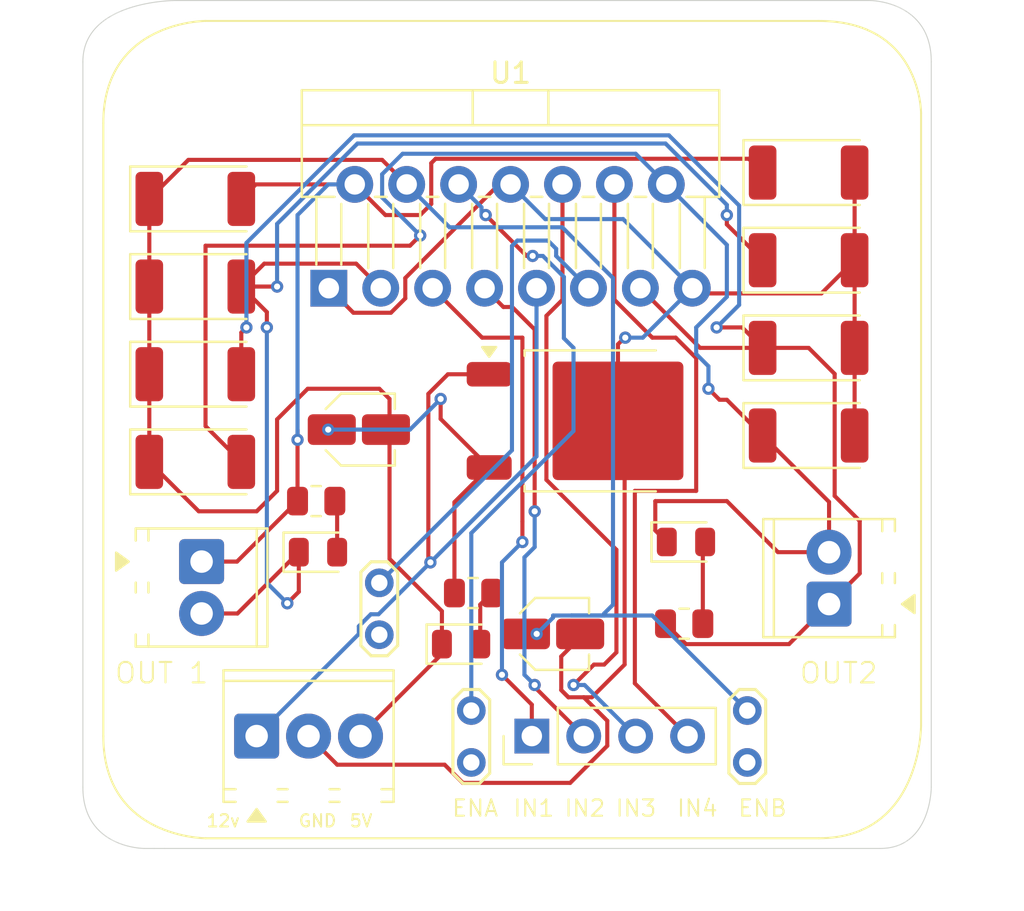
<source format=kicad_pcb>
(kicad_pcb (version 20241229) (generator "pcbnew") (generator_version "9.0")
  (layers (0 "F.Cu" signal) (2 "B.Cu" signal) (13 "F.Paste" user) (15 "B.Paste" user) (5 "F.SilkS" user "F.Silkscreen") (7 "B.SilkS" user "B.Silkscreen") (1 "F.Mask" user) (3 "B.Mask" user) (25 "Edge.Cuts" user))
  (net 0 "")
  (net 1 "Net-(U2-VO)")
  (net 2 "+5V")
  (net 3 "GND")
  (net 4 "Net-(D1-A)")
  (net 5 "Net-(D2-A)")
  (net 6 "Net-(D3-A)")
  (net 7 "Net-(D4-A)")
  (net 8 "+12V")
  (net 9 "Net-(L1-A)")
  (net 10 "Net-(L2-A)")
  (net 11 "Net-(L3-A)")
  (net 12 "/ENB")
  (net 13 "/ENA")
  (net 14 "Net-(J5-Pin_1)")
  (net 15 "Net-(J5-Pin_3)")
  (net 19 "Net-(J5-Pin_4)")
  (net 20 "Net-(J5-Pin_2)")
  (footprint "MountingHole:MountingHole_2.1mm" (layer "F.Cu") (at 185 53)
    (property "Reference" "REF**" (hide yes))
    (property "Value" "MountingHole_2.1mm")
    (pad "" np_thru_hole circle (at 0 0) (size 2.1 2.1) (drill 2.1) (layers "*.Cu" "*.Mask"))
  )
  (footprint "MountingHole:MountingHole_2.1mm" (layer "F.Cu") (at 155 53)
    (property "Reference" "REF**" (hide yes))
    (property "Value" "MountingHole_2.1mm")
    (pad "" np_thru_hole circle (at 0 0) (size 2.1 2.1) (drill 2.1) (layers "*.Cu" "*.Mask"))
  )
  (footprint "LED_SMD:LED_0805_2012Metric" (layer "F.Cu") (at 167.5 80.5)
    (property "Reference" "L3" (hide yes))
    (property "Value" "LED")
    (pad "1" smd roundrect (at -0.9375 0) (size 0.975 1.4) (layers "F.Cu" "F.Mask" "F.Paste") (net 2 "+5V"))
    (pad "2" smd roundrect (at 0.9375 0) (size 0.975 1.4) (layers "F.Cu" "F.Mask" "F.Paste") (net 11 "Net-(L3-A)"))
  )
  (footprint "TestPoint:TestPoint_2Pads_Pitch2.54mm_Drill0.8mm" (layer "F.Cu") (at 163.5 77.5 -90)
    (property "Reference" "JP3" (hide yes))
    (property "Value" "Jumper_2_Bridged")
    (pad "1" thru_hole circle (at 0 0 270) (size 1.4 1.4) (drill 0.8) (layers "*.Cu" "*.Mask") (net 12 "/ENB"))
    (pad "2" thru_hole circle (at 2.54 0 270) (size 1.4 1.4) (drill 0.8) (layers "*.Cu" "*.Mask"))
  )
  (footprint "Resistor_SMD:R_0805_2012Metric" (layer "F.Cu") (at 178.4125 79.5)
    (property "Reference" "R2" (hide yes))
    (property "Value" "R")
    (pad "1" smd roundrect (at -0.9125 0) (size 1.025 1.4) (layers "F.Cu" "F.Mask" "F.Paste") (roundrect_rratio 0.243902) (net 6 "Net-(D3-A)"))
    (pad "2" smd roundrect (at 0.9125 0) (size 1.025 1.4) (layers "F.Cu" "F.Mask" "F.Paste") (roundrect_rratio 0.243902) (net 10 "Net-(L2-A)"))
  )
  (footprint "Package_TO_SOT_SMD:TO-252-2" (layer "F.Cu") (at 173.915 69.5725)
    (property "Reference" "U2" (hide yes))
    (property "Value" "KA78M05_TO252")
    (pad "1" smd roundrect (at -5.04 -2.28) (size 2.2 1.2) (layers "F.Cu" "F.Mask" "F.Paste") (roundrect_rratio 0.208333) (net 8 "+12V"))
    (pad "2" smd roundrect (at 1.26 0) (size 6.4 5.8) (layers "F.Cu" "F.Mask") (roundrect_rratio 0.043103) (net 3 "GND"))
    (pad "3" smd roundrect (at -5.04 2.28) (size 2.2 1.2) (layers "F.Cu" "F.Mask" "F.Paste") (roundrect_rratio 0.208333) (net 1 "Net-(U2-VO)"))
  )
  (footprint "TestPoint:TestPoint_2Pads_Pitch2.54mm_Drill0.8mm" (layer "F.Cu") (at 168 83.75 -90)
    (property "Reference" "JP1" (hide yes))
    (property "Value" "Jumper_2_Bridged")
    (pad "1" thru_hole circle (at 0 0 270) (size 1.4 1.4) (drill 0.8) (layers "*.Cu" "*.Mask") (net 13 "/ENA"))
    (pad "2" thru_hole circle (at 2.54 0 270) (size 1.4 1.4) (drill 0.8) (layers "*.Cu" "*.Mask"))
  )
  (footprint "Resistor_SMD:R_0805_2012Metric" (layer "F.Cu") (at 168.0875 78)
    (property "Reference" "R3" (hide yes))
    (property "Value" "R")
    (pad "1" smd roundrect (at -0.9125 0) (size 1.025 1.4) (layers "F.Cu" "F.Mask" "F.Paste") (roundrect_rratio 0.243902) (net 1 "Net-(U2-VO)"))
    (pad "2" smd roundrect (at 0.9125 0) (size 1.025 1.4) (layers "F.Cu" "F.Mask" "F.Paste") (roundrect_rratio 0.243902) (net 11 "Net-(L3-A)"))
  )
  (footprint "TerminalBlock_Phoenix:TerminalBlock_Phoenix_MPT-0,5-2-2.54_1x02_P2.54mm_Horizontal" (layer "F.Cu") (at 185.5 78.54 90)
    (property "Reference" "J2" (hide yes))
    (property "Value" "Screw_Terminal_01x02")
    (pad "" np_thru_hole circle (at 0 2.54 90) (size 1.1 1.1) (drill 1.1) (layers "*.Cu" "*.Mask"))
    (pad "" np_thru_hole circle (at 2.54 2.54 90) (size 1.1 1.1) (drill 1.1) (layers "*.Cu" "*.Mask"))
    (pad "1" thru_hole roundrect (at 0 0 90) (size 2.2 2.2) (drill 1.1) (layers "*.Cu" "*.Mask") (roundrect_rratio 0.113636) (net 6 "Net-(D3-A)"))
    (pad "2" thru_hole circle (at 2.54 0 90) (size 2.2 2.2) (drill 1.1) (layers "*.Cu" "*.Mask") (net 7 "Net-(D4-A)"))
  )
  (footprint "Capacitor_SMD:C_Elec_3x5.4" (layer "F.Cu") (at 172 80)
    (property "Reference" "C2" (hide yes))
    (property "Value" "200uf")
    (pad "1" smd roundrect (at -1.325 0) (size 2.35 1.5) (layers "F.Cu" "F.Mask" "F.Paste") (roundrect_rratio 0.166667) (net 2 "+5V"))
    (pad "2" smd roundrect (at 1.325 0) (size 2.35 1.5) (layers "F.Cu" "F.Mask" "F.Paste") (roundrect_rratio 0.166667) (net 3 "GND"))
  )
  (footprint "LED_SMD:LED_0805_2012Metric" (layer "F.Cu") (at 178.5 75.5)
    (property "Reference" "L2" (hide yes))
    (property "Value" "LED")
    (pad "1" smd roundrect (at -0.9375 0) (size 0.975 1.4) (layers "F.Cu" "F.Mask" "F.Paste") (net 7 "Net-(D4-A)"))
    (pad "2" smd roundrect (at 0.9375 0) (size 0.975 1.4) (layers "F.Cu" "F.Mask" "F.Paste") (net 10 "Net-(L2-A)"))
  )
  (footprint "Diode_SMD:D_2010_5025Metric" (layer "F.Cu") (at 184.5 66)
    (property "Reference" "D7" (hide yes))
    (property "Value" "D_Filled")
    (pad "1" smd roundrect (at -2.25 0) (size 1.35 2.65) (layers "F.Cu" "F.Mask" "F.Paste") (roundrect_rratio 0.185185) (net 6 "Net-(D3-A)"))
    (pad "2" smd roundrect (at 2.25 0) (size 1.35 2.65) (layers "F.Cu" "F.Mask" "F.Paste") (roundrect_rratio 0.185185) (net 3 "GND"))
  )
  (footprint "Diode_SMD:D_2010_5025Metric" (layer "F.Cu") (at 184.5 57.42)
    (property "Reference" "D5" (hide yes))
    (property "Value" "D_Filled")
    (pad "1" smd roundrect (at -2.25 0) (size 1.35 2.65) (layers "F.Cu" "F.Mask" "F.Paste") (roundrect_rratio 0.185185) (net 4 "Net-(D1-A)"))
    (pad "2" smd roundrect (at 2.25 0) (size 1.35 2.65) (layers "F.Cu" "F.Mask" "F.Paste") (roundrect_rratio 0.185185) (net 3 "GND"))
  )
  (footprint "TerminalBlock_Phoenix:TerminalBlock_Phoenix_MPT-0,5-3-2.54_1x03_P2.54mm_Horizontal" (layer "F.Cu") (at 157.5 85)
    (property "Reference" "J3" (hide yes))
    (property "Value" "Screw_Terminal_01x03")
    (pad "" np_thru_hole circle (at 0 2.54) (size 1.1 1.1) (drill 1.1) (layers "*.Cu" "*.Mask"))
    (pad "" np_thru_hole circle (at 2.54 2.54) (size 1.1 1.1) (drill 1.1) (layers "*.Cu" "*.Mask"))
    (pad "" np_thru_hole circle (at 5.08 2.54) (size 1.1 1.1) (drill 1.1) (layers "*.Cu" "*.Mask"))
    (pad "1" thru_hole roundrect (at 0 0) (size 2.2 2.2) (drill 1.1) (layers "*.Cu" "*.Mask") (roundrect_rratio 0.113636) (net 8 "+12V"))
    (pad "2" thru_hole circle (at 2.54 0) (size 2.2 2.2) (drill 1.1) (layers "*.Cu" "*.Mask") (net 3 "GND"))
    (pad "3" thru_hole circle (at 5.08 0) (size 2.2 2.2) (drill 1.1) (layers "*.Cu" "*.Mask") (net 2 "+5V"))
  )
  (footprint "Package_TO_SOT_THT:TO-220-15_P2.54x5.08mm_StaggerOdd_Lead4.58mm_Vertical" (layer "F.Cu") (at 161.03 63.08)
    (property "Reference" "U1" (at 8.89 -10.53 0) (layer "F.SilkS"))
    (property "Value" "L298N")
    (pad "1" thru_hole rect (at 0 0) (size 1.8 1.8) (drill 1) (layers "*.Cu" "*.Mask") (net 3 "GND"))
    (pad "2" thru_hole circle (at 1.27 -5.08) (size 1.8 1.8) (drill 1) (layers "*.Cu" "*.Mask") (net 4 "Net-(D1-A)"))
    (pad "3" thru_hole circle (at 2.54 0) (size 1.8 1.8) (drill 1) (layers "*.Cu" "*.Mask") (net 5 "Net-(D2-A)"))
    (pad "4" thru_hole circle (at 3.81 -5.08) (size 1.8 1.8) (drill 1) (layers "*.Cu" "*.Mask") (net 2 "+5V"))
    (pad "5" thru_hole circle (at 5.08 0) (size 1.8 1.8) (drill 1) (layers "*.Cu" "*.Mask") (net 14 "Net-(J5-Pin_1)"))
    (pad "6" thru_hole circle (at 6.35 -5.08) (size 1.8 1.8) (drill 1) (layers "*.Cu" "*.Mask") (net 13 "/ENA"))
    (pad "7" thru_hole circle (at 7.62 0) (size 1.8 1.8) (drill 1) (layers "*.Cu" "*.Mask") (net 20 "Net-(J5-Pin_2)"))
    (pad "8" thru_hole circle (at 8.89 -5.08) (size 1.8 1.8) (drill 1) (layers "*.Cu" "*.Mask") (net 3 "GND"))
    (pad "9" thru_hole circle (at 10.16 0) (size 1.8 1.8) (drill 1) (layers "*.Cu" "*.Mask") (net 8 "+12V"))
    (pad "10" thru_hole circle (at 11.43 -5.08) (size 1.8 1.8) (drill 1) (layers "*.Cu" "*.Mask") (net 15 "Net-(J5-Pin_3)"))
    (pad "11" thru_hole circle (at 12.7 0) (size 1.8 1.8) (drill 1) (layers "*.Cu" "*.Mask") (net 12 "/ENB"))
    (pad "12" thru_hole circle (at 13.97 -5.08) (size 1.8 1.8) (drill 1) (layers "*.Cu" "*.Mask") (net 19 "Net-(J5-Pin_4)"))
    (pad "13" thru_hole circle (at 15.24 0) (size 1.8 1.8) (drill 1) (layers "*.Cu" "*.Mask") (net 6 "Net-(D3-A)"))
    (pad "14" thru_hole circle (at 16.51 -5.08) (size 1.8 1.8) (drill 1) (layers "*.Cu" "*.Mask") (net 7 "Net-(D4-A)"))
    (pad "15" thru_hole circle (at 17.78 0) (size 1.8 1.8) (drill 1) (layers "*.Cu" "*.Mask") (net 3 "GND"))
  )
  (footprint "Diode_SMD:D_2010_5025Metric" (layer "F.Cu") (at 154.5 71.58)
    (property "Reference" "D4" (hide yes))
    (property "Value" "D_Filled")
    (pad "1" smd roundrect (at -2.25 0) (size 1.35 2.65) (layers "F.Cu" "F.Mask" "F.Paste") (roundrect_rratio 0.185185) (net 2 "+5V"))
    (pad "2" smd roundrect (at 2.25 0) (size 1.35 2.65) (layers "F.Cu" "F.Mask" "F.Paste") (roundrect_rratio 0.185185) (net 7 "Net-(D4-A)"))
  )
  (footprint "Diode_SMD:D_2010_5025Metric" (layer "F.Cu") (at 184.5 61.71)
    (property "Reference" "D6" (hide yes))
    (property "Value" "D_Filled")
    (pad "1" smd roundrect (at -2.25 0) (size 1.35 2.65) (layers "F.Cu" "F.Mask" "F.Paste") (roundrect_rratio 0.185185) (net 5 "Net-(D2-A)"))
    (pad "2" smd roundrect (at 2.25 0) (size 1.35 2.65) (layers "F.Cu" "F.Mask" "F.Paste") (roundrect_rratio 0.185185) (net 3 "GND"))
  )
  (footprint "Connector_PinHeader_2.54mm:PinHeader_1x04_P2.54mm_Vertical" (layer "F.Cu") (at 170.96 85 90)
    (property "Reference" "J5" (hide yes))
    (property "Value" "Conn_02x04_Odd_Even")
    (pad "1" thru_hole rect (at 0 0 90) (size 1.7 1.7) (drill 1) (layers "*.Cu" "*.Mask") (net 14 "Net-(J5-Pin_1)"))
    (pad "2" thru_hole circle (at 0 2.54 90) (size 1.7 1.7) (drill 1) (layers "*.Cu" "*.Mask") (net 20 "Net-(J5-Pin_2)"))
    (pad "3" thru_hole circle (at 0 5.08 90) (size 1.7 1.7) (drill 1) (layers "*.Cu" "*.Mask") (net 15 "Net-(J5-Pin_3)"))
    (pad "4" thru_hole circle (at 0 7.62 90) (size 1.7 1.7) (drill 1) (layers "*.Cu" "*.Mask") (net 19 "Net-(J5-Pin_4)"))
  )
  (footprint "Capacitor_SMD:C_Elec_3x5.4" (layer "F.Cu") (at 162.5 70)
    (property "Reference" "C1" (hide yes))
    (property "Value" "200uf")
    (pad "1" smd roundrect (at -1.325 0) (size 2.35 1.5) (layers "F.Cu" "F.Mask" "F.Paste") (roundrect_rratio 0.166667) (net 1 "Net-(U2-VO)"))
    (pad "2" smd roundrect (at 1.325 0) (size 2.35 1.5) (layers "F.Cu" "F.Mask" "F.Paste") (roundrect_rratio 0.166667) (net 2 "+5V"))
  )
  (footprint "TerminalBlock_Phoenix:TerminalBlock_Phoenix_MPT-0,5-2-2.54_1x02_P2.54mm_Horizontal" (layer "F.Cu") (at 154.8075 76.46 -90)
    (property "Reference" "J1" (hide yes))
    (property "Value" "Screw_Terminal_01x02" (hide yes))
    (pad "" np_thru_hole circle (at 0 2.54 270) (size 1.1 1.1) (drill 1.1) (layers "*.Cu" "*.Mask"))
    (pad "" np_thru_hole circle (at 2.54 2.54 270) (size 1.1 1.1) (drill 1.1) (layers "*.Cu" "*.Mask"))
    (pad "1" thru_hole roundrect (at 0 0 270) (size 2.2 2.2) (drill 1.1) (layers "*.Cu" "*.Mask") (roundrect_rratio 0.113636) (net 4 "Net-(D1-A)"))
    (pad "2" thru_hole circle (at 2.54 0 270) (size 2.2 2.2) (drill 1.1) (layers "*.Cu" "*.Mask") (net 5 "Net-(D2-A)"))
  )
  (footprint "TestPoint:TestPoint_2Pads_Pitch2.54mm_Drill0.8mm" (layer "F.Cu") (at 181.5 83.75 -90)
    (property "Reference" "JP2" (hide yes))
    (property "Value" "Jumper_2_Bridged")
    (pad "1" thru_hole circle (at 0 0 270) (size 1.4 1.4) (drill 0.8) (layers "*.Cu" "*.Mask") (net 2 "+5V"))
    (pad "2" thru_hole circle (at 2.54 0 270) (size 1.4 1.4) (drill 0.8) (layers "*.Cu" "*.Mask"))
  )
  (footprint "Diode_SMD:D_2010_5025Metric" (layer "F.Cu") (at 154.5 67.29)
    (property "Reference" "D3" (hide yes))
    (property "Value" "D_Filled")
    (pad "1" smd roundrect (at -2.25 0) (size 1.35 2.65) (layers "F.Cu" "F.Mask" "F.Paste") (roundrect_rratio 0.185185) (net 2 "+5V"))
    (pad "2" smd roundrect (at 2.25 0) (size 1.35 2.65) (layers "F.Cu" "F.Mask" "F.Paste") (roundrect_rratio 0.185185) (net 6 "Net-(D3-A)"))
  )
  (footprint "Diode_SMD:D_2010_5025Metric" (layer "F.Cu") (at 154.5 58.71)
    (property "Reference" "D1" (hide yes))
    (property "Value" "D_Filled")
    (pad "1" smd roundrect (at -2.25 0) (size 1.35 2.65) (layers "F.Cu" "F.Mask" "F.Paste") (roundrect_rratio 0.185185) (net 2 "+5V"))
    (pad "2" smd roundrect (at 2.25 0) (size 1.35 2.65) (layers "F.Cu" "F.Mask" "F.Paste") (roundrect_rratio 0.185185) (net 4 "Net-(D1-A)"))
  )
  (footprint "MountingHole:MountingHole_2.1mm" (layer "F.Cu") (at 153 85.5)
    (property "Reference" "REF**" (hide yes))
    (property "Value" "MountingHole_2.1mm")
    (pad "" np_thru_hole circle (at 0 0) (size 2.1 2.1) (drill 2.1) (layers "*.Cu" "*.Mask"))
  )
  (footprint "Resistor_SMD:R_0805_2012Metric" (layer "F.Cu") (at 160.4125 73.5)
    (property "Reference" "R1" (hide yes))
    (property "Value" "R")
    (pad "1" smd roundrect (at -0.9125 0) (size 1.025 1.4) (layers "F.Cu" "F.Mask" "F.Paste") (roundrect_rratio 0.243902) (net 4 "Net-(D1-A)"))
    (pad "2" smd roundrect (at 0.9125 0) (size 1.025 1.4) (layers "F.Cu" "F.Mask" "F.Paste") (roundrect_rratio 0.243902) (net 9 "Net-(L1-A)"))
  )
  (footprint "LED_SMD:LED_0805_2012Metric" (layer "F.Cu") (at 160.5 76)
    (property "Reference" "L1" (hide yes))
    (property "Value" "LED")
    (pad "1" smd roundrect (at -0.9375 0) (size 0.975 1.4) (layers "F.Cu" "F.Mask" "F.Paste") (net 5 "Net-(D2-A)"))
    (pad "2" smd roundrect (at 0.9375 0) (size 0.975 1.4) (layers "F.Cu" "F.Mask" "F.Paste") (net 9 "Net-(L1-A)"))
  )
  (footprint "Diode_SMD:D_2010_5025Metric" (layer "F.Cu") (at 184.5 70.29)
    (property "Reference" "D8" (hide yes))
    (property "Value" "D_Filled")
    (pad "1" smd roundrect (at -2.25 0) (size 1.35 2.65) (layers "F.Cu" "F.Mask" "F.Paste") (roundrect_rratio 0.185185) (net 7 "Net-(D4-A)"))
    (pad "2" smd roundrect (at 2.25 0) (size 1.35 2.65) (layers "F.Cu" "F.Mask" "F.Paste") (roundrect_rratio 0.185185) (net 3 "GND"))
  )
  (footprint "MountingHole:MountingHole_2.1mm" (layer "F.Cu") (at 187 85.5)
    (property "Reference" "REF**" (hide yes))
    (property "Value" "MountingHole_2.1mm")
    (pad "" np_thru_hole circle (at 0 0) (size 2.1 2.1) (drill 2.1) (layers "*.Cu" "*.Mask"))
  )
  (footprint "Diode_SMD:D_2010_5025Metric" (layer "F.Cu") (at 154.5 63)
    (property "Reference" "D2" (hide yes))
    (property "Value" "D_Filled")
    (pad "1" smd roundrect (at -2.25 0) (size 1.35 2.65) (layers "F.Cu" "F.Mask" "F.Paste") (roundrect_rratio 0.185185) (net 2 "+5V"))
    (pad "2" smd roundrect (at 2.25 0) (size 1.35 2.65) (layers "F.Cu" "F.Mask" "F.Paste") (roundrect_rratio 0.185185) (net 5 "Net-(D2-A)"))
  )
  (gr_curve (pts (xy 150 85) (xy 150 90) (xy 155 90) (xy 155 90)) (stroke (width 0.1)) (layer "F.SilkS"))
  (gr_line (start 150 85) (end 150 55) (stroke (width 0.1)) (layer "F.SilkS"))
  (gr_curve (pts (xy 190 57.99) (xy 190 57.99) (xy 190 57.99) (xy 190 57.99)) (stroke (width 0.1)) (layer "F.SilkS"))
  (gr_line (start 185 90) (end 155 90) (stroke (width 0.1)) (layer "F.SilkS"))
  (gr_curve (pts (xy 185 50) (xy 190 50) (xy 190 54.5) (xy 190 54.5)) (stroke (width 0.1)) (layer "F.SilkS"))
  (gr_curve (pts (xy 185 90) (xy 190 90) (xy 190 84.5) (xy 190 84.5)) (stroke (width 0.1)) (layer "F.SilkS"))
  (gr_line (start 155 50) (end 185 50) (stroke (width 0.1)) (layer "F.SilkS"))
  (gr_line (start 190 54.5) (end 190 84.5) (stroke (width 0.1)) (layer "F.SilkS"))
  (gr_curve (pts (xy 150 55) (xy 150 50) (xy 155 50) (xy 155 50)) (stroke (width 0.1)) (layer "F.SilkS"))
  (gr_line (start 153 90.5) (end 152.5 90.5) (stroke (width 0.05)) (layer "Edge.Cuts"))
  (gr_line (start 190.5 87.5) (end 190.5 52) (stroke (width 0.05)) (layer "Edge.Cuts"))
  (gr_curve (pts (xy 149 52) (xy 149 49) (xy 153.5 49) (xy 153.5 49)) (stroke (width 0.05)) (layer "Edge.Cuts"))
  (gr_line (start 187.5 49) (end 153.5 49) (stroke (width 0.05)) (layer "Edge.Cuts"))
  (gr_line (start 149 87.5) (end 149 52) (stroke (width 0.05)) (layer "Edge.Cuts"))
  (gr_curve (pts (xy 188 90.5) (xy 190.5 90.5) (xy 190.5 87.5) (xy 190.5 87.5)) (stroke (width 0.05)) (layer "Edge.Cuts"))
  (gr_line (start 152.5 90.5) (end 152 90.5) (stroke (width 0.05)) (layer "Edge.Cuts"))
  (gr_curve (pts (xy 149 87.5) (xy 149 90.5) (xy 152 90.5) (xy 152 90.5)) (stroke (width 0.05)) (layer "Edge.Cuts"))
  (gr_curve (pts (xy 190.5 52) (xy 190.5 49) (xy 187.5 49) (xy 187.5 49)) (stroke (width 0.05)) (layer "Edge.Cuts"))
  (gr_line (start 188 90.5) (end 153 90.5) (stroke (width 0.05)) (layer "Edge.Cuts"))
  (gr_text "IN2" (at 172.5 89 0) (layer "F.SilkS") (effects (font (size 0.8 0.8) (thickness 0.1)) (justify left bottom)))
  (gr_text "IN4" (at 178 89 0) (layer "F.SilkS") (effects (font (size 0.8 0.8) (thickness 0.1)) (justify left bottom)))
  (gr_text "IN1" (at 170 89 0) (layer "F.SilkS") (effects (font (size 0.8 0.8) (thickness 0.1)) (justify left bottom)))
  (gr_text "12v" (at 155 89.5 0) (layer "F.SilkS") (effects (font (size 0.6 0.6) (thickness 0.1)) (justify left bottom)))
  (gr_text "IN3" (at 175 89 0) (layer "F.SilkS") (effects (font (size 0.8 0.8) (thickness 0.1)) (justify left bottom)))
  (gr_text "5V" (at 162 89.5 0) (layer "F.SilkS") (effects (font (size 0.6 0.6) (thickness 0.1)) (justify left bottom)))
  (gr_text "OUT2" (at 184 82.5 0) (layer "F.SilkS") (effects (font (size 1 1) (thickness 0.1)) (justify left bottom)))
  (gr_text "ENB" (at 181 89 0) (layer "F.SilkS") (effects (font (size 0.8 0.8) (thickness 0.1)) (justify left bottom)))
  (gr_text "ENA" (at 167 89 0) (layer "F.SilkS") (effects (font (size 0.8 0.8) (thickness 0.1)) (justify left bottom)))
  (gr_text "OUT 1" (at 150.5 82.5 0) (layer "F.SilkS") (effects (font (size 1 1) (thickness 0.1)) (justify left bottom)))
  (gr_text "GND" (at 159.5 89.5 0) (layer "F.SilkS") (effects (font (size 0.6 0.6) (thickness 0.1)) (justify left bottom)))
  (segment (start 167.175 78) (end 167.175 73.5525) (width 0.2) (layer "F.Cu") (net 1))
  (segment (start 167.175 73.5525) (end 168.875 71.8525) (width 0.2) (layer "F.Cu") (net 1))
  (segment (start 166.5 69.4775) (end 168.875 71.8525) (width 0.2) (layer "F.Cu") (net 1))
  (segment (start 166.5 68.5) (end 166.5 69.4775) (width 0.2) (layer "F.Cu") (net 1))
  (via (at 166.5 68.5) (size 0.6) (drill 0.3) (layers "F.Cu" "B.Cu") (net 1))
  (via (at 161 70) (size 0.6) (drill 0.3) (layers "F.Cu" "B.Cu") (net 1))
  (segment (start 166.5 68.5) (end 165 70) (width 0.2) (layer "B.Cu") (net 1))
  (segment (start 165 70) (end 161 70) (width 0.2) (layer "B.Cu") (net 1))
  (segment (start 152.25 67.29) (end 152.25 71.58) (width 0.2) (layer "F.Cu") (net 2))
  (segment (start 158.5 69.5) (end 160 68) (width 0.2) (layer "F.Cu") (net 2))
  (segment (start 164 68.5) (end 164 70) (width 0.2) (layer "F.Cu") (net 2))
  (segment (start 164 76.32366) (end 166.5625 78.88616) (width 0.2) (layer "F.Cu") (net 2))
  (segment (start 152.25 58.71) (end 152.25 63) (width 0.2) (layer "F.Cu") (net 2))
  (segment (start 158.5 73) (end 158.5 69.5) (width 0.2) (layer "F.Cu") (net 2))
  (segment (start 166.5625 80.9775) (end 162.58 84.96) (width 0.2) (layer "F.Cu") (net 2))
  (segment (start 166.5625 78.88616) (end 166.5625 80.5) (width 0.2) (layer "F.Cu") (net 2))
  (segment (start 163.5 68) (end 164 68.5) (width 0.2) (layer "F.Cu") (net 2))
  (segment (start 152.25 58.71) (end 154.161 56.799) (width 0.2) (layer "F.Cu") (net 2))
  (segment (start 160 68) (end 163.5 68) (width 0.2) (layer "F.Cu") (net 2))
  (segment (start 163.639 56.799) (end 164.84 58) (width 0.2) (layer "F.Cu") (net 2))
  (segment (start 157.5 74) (end 158.5 73) (width 0.2) (layer "F.Cu") (net 2))
  (segment (start 154.161 56.799) (end 163.639 56.799) (width 0.2) (layer "F.Cu") (net 2))
  (segment (start 152.25 63) (end 152.25 67.29) (width 0.2) (layer "F.Cu") (net 2))
  (segment (start 162.58 84.96) (end 162.58 85) (width 0.2) (layer "F.Cu") (net 2))
  (segment (start 154.67 74) (end 157.5 74) (width 0.2) (layer "F.Cu") (net 2))
  (segment (start 166.5625 80.5) (end 166.5625 80.9775) (width 0.2) (layer "F.Cu") (net 2))
  (segment (start 152.25 71.58) (end 154.67 74) (width 0.2) (layer "F.Cu") (net 2))
  (segment (start 164 70) (end 164 76.32366) (width 0.2) (layer "F.Cu") (net 2))
  (via (at 171.199 80) (size 0.6) (drill 0.3) (layers "F.Cu" "B.Cu") (net 2))
  (segment (start 172.901 79.099) (end 174.5 79.099) (width 0.2) (layer "B.Cu") (net 2))
  (segment (start 174.5 79.099) (end 176.849 79.099) (width 0.2) (layer "B.Cu") (net 2))
  (segment (start 164.84 58) (end 166.939 60.099) (width 0.2) (layer "B.Cu") (net 2))
  (segment (start 172.901 79.099) (end 172 79.099) (width 0.2) (layer "B.Cu") (net 2))
  (segment (start 176.849 79.099) (end 181.5 83.75) (width 0.2) (layer "B.Cu") (net 2))
  (segment (start 172.447471 60.099) (end 174.931 62.582529) (width 0.2) (layer "B.Cu") (net 2))
  (segment (start 166.939 60.099) (end 172.447471 60.099) (width 0.2) (layer "B.Cu") (net 2))
  (segment (start 174.401 79.099) (end 172.901 79.099) (width 0.2) (layer "B.Cu") (net 2))
  (segment (start 172 79.199) (end 171.199 80) (width 0.2) (layer "B.Cu") (net 2))
  (segment (start 174.5 79.099) (end 174.5 79) (width 0.2) (layer "B.Cu") (net 2))
  (segment (start 172 79.099) (end 172 79.199) (width 0.2) (layer "B.Cu") (net 2))
  (segment (start 174.5 79) (end 174.931 78.569) (width 0.2) (layer "B.Cu") (net 2))
  (segment (start 174.931 62.582529) (end 174.931 78.569) (width 0.2) (layer "B.Cu") (net 2))
  (segment (start 185.124 63.336) (end 186.75 61.71) (width 0.2) (layer "F.Cu") (net 3))
  (segment (start 172.83676 87.291) (end 174.651 85.47676) (width 0.2) (layer "F.Cu") (net 3))
  (segment (start 164.771 62.582529) (end 164.771 63.577471) (width 0.2) (layer "F.Cu") (net 3))
  (segment (start 179.066 63.336) (end 185.124 63.336) (width 0.2) (layer "F.Cu") (net 3))
  (segment (start 186.75 61.71) (end 186.75 66) (width 0.2) (layer "F.Cu") (net 3))
  (segment (start 160.04 85) (end 161.441 86.401) (width 0.2) (layer "F.Cu") (net 3))
  (segment (start 174.651 85.47676) (end 174.651 84.252) (width 0.2) (layer "F.Cu") (net 3))
  (segment (start 164.067471 64.281) (end 162.231 64.281) (width 0.2) (layer "F.Cu") (net 3))
  (segment (start 175.5 69.8975) (end 175.175 69.5725) (width 0.2) (layer "F.Cu") (net 3))
  (segment (start 164.771 63.577471) (end 164.067471 64.281) (width 0.2) (layer "F.Cu") (net 3))
  (segment (start 162.231 64.281) (end 161.03 63.08) (width 0.2) (layer "F.Cu") (net 3))
  (segment (start 169.92 58) (end 169.353529 58) (width 0.2) (layer "F.Cu") (net 3))
  (segment (start 172.456205 82.806148) (end 172.751057 83.101) (width 0.2) (layer "F.Cu") (net 3))
  (segment (start 173.5 83.101) (end 173.899 83.101) (width 0.2) (layer "F.Cu") (net 3))
  (segment (start 174.651 84.252) (end 173.5 83.101) (width 0.2) (layer "F.Cu") (net 3))
  (segment (start 166.695372 86.401) (end 167.585372 87.291) (width 0.2) (layer "F.Cu") (net 3))
  (segment (start 186.75 66) (end 186.75 70.29) (width 0.2) (layer "F.Cu") (net 3))
  (segment (start 173.5 80) (end 172.399 81.101) (width 0.2) (layer "F.Cu") (net 3))
  (segment (start 175.175 65.825) (end 175.5 65.5) (width 0.2) (layer "F.Cu") (net 3))
  (segment (start 172.399 81.101) (end 172.399 82.748943) (width 0.2) (layer "F.Cu") (net 3))
  (segment (start 167.585372 87.291) (end 172.83676 87.291) (width 0.2) (layer "F.Cu") (net 3))
  (segment (start 175.175 69.5725) (end 175.175 65.825) (width 0.2) (layer "F.Cu") (net 3))
  (segment (start 178.81 63.08) (end 179.066 63.336) (width 0.2) (layer "F.Cu") (net 3))
  (segment (start 175.5 81.5) (end 175.5 69.8975) (width 0.2) (layer "F.Cu") (net 3))
  (segment (start 175.5 65.5) (end 175.531 65.5) (width 0.2) (layer "F.Cu") (net 3))
  (segment (start 172.751057 83.101) (end 173.5 83.101) (width 0.2) (layer "F.Cu") (net 3))
  (segment (start 169.353529 58) (end 164.771 62.582529) (width 0.2) (layer "F.Cu") (net 3))
  (segment (start 161.441 86.401) (end 166.695372 86.401) (width 0.2) (layer "F.Cu") (net 3))
  (segment (start 172.399 82.748943) (end 172.751057 83.101) (width 0.2) (layer "F.Cu") (net 3))
  (segment (start 173.899 83.101) (end 175.5 81.5) (width 0.2) (layer "F.Cu") (net 3))
  (segment (start 186.75 57.42) (end 186.75 61.71) (width 0.2) (layer "F.Cu") (net 3))
  (via (at 175.531 65.5) (size 0.6) (drill 0.3) (layers "F.Cu" "B.Cu") (net 3))
  (segment (start 171.618 59.698) (end 169.92 58) (width 0.2) (layer "B.Cu") (net 3))
  (segment (start 175.428 59.698) (end 171.618 59.698) (width 0.2) (layer "B.Cu") (net 3))
  (segment (start 176.39 65.5) (end 175.531 65.5) (width 0.2) (layer "B.Cu") (net 3))
  (segment (start 178.81 63.08) (end 176.39 65.5) (width 0.2) (layer "B.Cu") (net 3))
  (segment (start 178.81 63.08) (end 175.428 59.698) (width 0.2) (layer "B.Cu") (net 3))
  (segment (start 181.575 56.745) (end 182.25 57.42) (width 0.2) (layer "F.Cu") (net 4))
  (segment (start 162.3 58) (end 163.8 59.5) (width 0.2) (layer "F.Cu") (net 4))
  (segment (start 156.54 76.46) (end 159.5 73.5) (width 0.2) (layer "F.Cu") (net 4))
  (segment (start 156.75 58.71) (end 157.46 58) (width 0.2) (layer "F.Cu") (net 4))
  (segment (start 159.5 73.5) (end 159.5 70) (width 0.2) (layer "F.Cu") (net 4))
  (segment (start 165.5 59.5) (end 166.041 58.959) (width 0.2) (layer "F.Cu") (net 4))
  (segment (start 154.8075 76.46) (end 156.54 76.46) (width 0.2) (layer "F.Cu") (net 4))
  (segment (start 166.041 56.959) (end 166.255 56.745) (width 0.2) (layer "F.Cu") (net 4))
  (segment (start 166.255 56.745) (end 181.575 56.745) (width 0.2) (layer "F.Cu") (net 4))
  (segment (start 157.46 58) (end 162.3 58) (width 0.2) (layer "F.Cu") (net 4))
  (segment (start 166.041 58.959) (end 166.041 56.959) (width 0.2) (layer "F.Cu") (net 4))
  (segment (start 159.5 70) (end 159.5 70.5) (width 0.2) (layer "F.Cu") (net 4))
  (segment (start 163.8 59.5) (end 165.5 59.5) (width 0.2) (layer "F.Cu") (net 4))
  (via (at 159.5 70.5) (size 0.6) (drill 0.3) (layers "F.Cu" "B.Cu") (net 4))
  (segment (start 161 58) (end 162.3 58) (width 0.2) (layer "B.Cu") (net 4))
  (segment (start 159.5 59.5) (end 161 58) (width 0.2) (layer "B.Cu") (net 4))
  (segment (start 159.5 70.5) (end 159.5 59.5) (width 0.2) (layer "B.Cu") (net 4))
  (segment (start 158.5 63) (end 156.75 63) (width 0.2) (layer "F.Cu") (net 5))
  (segment (start 180.5 59.96) (end 180.5 59.5) (width 0.2) (layer "F.Cu") (net 5))
  (segment (start 157.871 61.879) (end 162.369 61.879) (width 0.2) (layer "F.Cu") (net 5))
  (segment (start 159.5625 77.9375) (end 159.5625 76) (width 0.2) (layer "F.Cu") (net 5))
  (segment (start 162.369 61.879) (end 163.57 63.08) (width 0.2) (layer "F.Cu") (net 5))
  (segment (start 156.75 63) (end 157.871 61.879) (width 0.2) (layer "F.Cu") (net 5))
  (segment (start 158 64.25) (end 158 65) (width 0.2) (layer "F.Cu") (net 5))
  (segment (start 159 78.5) (end 159.5625 77.9375) (width 0.2) (layer "F.Cu") (net 5))
  (segment (start 156.75 63) (end 158 64.25) (width 0.2) (layer "F.Cu") (net 5))
  (segment (start 182.25 61.71) (end 180.5 59.96) (width 0.2) (layer "F.Cu") (net 5))
  (segment (start 156.5625 79) (end 159.5625 76) (width 0.2) (layer "F.Cu") (net 5))
  (segment (start 154.8075 79) (end 156.5625 79) (width 0.2) (layer "F.Cu") (net 5))
  (via (at 158.5 63) (size 0.6) (drill 0.3) (layers "F.Cu" "B.Cu") (net 5))
  (via (at 180.5 59.5) (size 0.6) (drill 0.3) (layers "F.Cu" "B.Cu") (net 5))
  (via (at 159 78.5) (size 0.6) (drill 0.3) (layers "F.Cu" "B.Cu") (net 5))
  (via (at 158 65) (size 0.6) (drill 0.3) (layers "F.Cu" "B.Cu") (net 5))
  (segment (start 158.5 59.9329) (end 158.5 63) (width 0.2) (layer "B.Cu") (net 5))
  (segment (start 180.5 59) (end 177.5 56) (width 0.2) (layer "B.Cu") (net 5))
  (segment (start 180.5 59.5) (end 180.5 59) (width 0.2) (layer "B.Cu") (net 5))
  (segment (start 162.4329 56) (end 158.5 59.9329) (width 0.2) (layer "B.Cu") (net 5))
  (segment (start 158 77.5) (end 159 78.5) (width 0.2) (layer "B.Cu") (net 5))
  (segment (start 177.5 56) (end 162.4329 56) (width 0.2) (layer "B.Cu") (net 5))
  (segment (start 158 65) (end 158 77.5) (width 0.2) (layer "B.Cu") (net 5))
  (segment (start 182.25 66) (end 184.5 66) (width 0.2) (layer "F.Cu") (net 6))
  (segment (start 187 74.4729) (end 187 77.04) (width 0.2) (layer "F.Cu") (net 6))
  (segment (start 187 77.04) (end 185.5 78.54) (width 0.2) (layer "F.Cu") (net 6))
  (segment (start 185.774 67.274) (end 185.774 73.2469) (width 0.2) (layer "F.Cu") (net 6))
  (segment (start 184.5 66) (end 185.774 67.274) (width 0.2) (layer "F.Cu") (net 6))
  (segment (start 182.25 66) (end 179.19 66) (width 0.2) (layer "F.Cu") (net 6))
  (segment (start 178.5 80.5) (end 177.5 79.5) (width 0.2) (layer "F.Cu") (net 6))
  (segment (start 179.19 66) (end 176.27 63.08) (width 0.2) (layer "F.Cu") (net 6))
  (segment (start 157 65) (end 156.75 65.25) (width 0.2) (layer "F.Cu") (net 6))
  (segment (start 185.774 73.2469) (end 187 74.4729) (width 0.2) (layer "F.Cu") (net 6))
  (segment (start 181.25 65) (end 182.25 66) (width 0.2) (layer "F.Cu") (net 6))
  (segment (start 156.75 65.25) (end 156.75 67.29) (width 0.2) (layer "F.Cu") (net 6))
  (segment (start 185.5 78.54) (end 183.54 80.5) (width 0.2) (layer "F.Cu") (net 6))
  (segment (start 183.54 80.5) (end 178.5 80.5) (width 0.2) (layer "F.Cu") (net 6))
  (segment (start 180 65) (end 181.25 65) (width 0.2) (layer "F.Cu") (net 6))
  (via (at 180 65) (size 0.6) (drill 0.3) (layers "F.Cu" "B.Cu") (net 6))
  (via (at 157 65) (size 0.6) (drill 0.3) (layers "F.Cu" "B.Cu") (net 6))
  (segment (start 181.101 63.899) (end 181.101 59.0339) (width 0.2) (layer "B.Cu") (net 6))
  (segment (start 177.6661 55.599) (end 162.2668 55.599) (width 0.2) (layer "B.Cu") (net 6))
  (segment (start 162.2668 55.599) (end 157 60.8658) (width 0.2) (layer "B.Cu") (net 6))
  (segment (start 180 65) (end 181.101 63.899) (width 0.2) (layer "B.Cu") (net 6))
  (segment (start 181.101 59.0339) (end 177.6661 55.599) (width 0.2) (layer "B.Cu") (net 6))
  (segment (start 157 60.8658) (end 157 65) (width 0.2) (layer "B.Cu") (net 6))
  (segment (start 180.5 68.54) (end 182.25 70.29) (width 0.2) (layer "F.Cu") (net 7))
  (segment (start 180.5 73.5) (end 177 73.5) (width 0.2) (layer "F.Cu") (net 7))
  (segment (start 155 69.83) (end 155 61) (width 0.2) (layer "F.Cu") (net 7))
  (segment (start 183 76) (end 180.5 73.5) (width 0.2) (layer "F.Cu") (net 7))
  (segment (start 155 61) (end 165 61) (width 0.2) (layer "F.Cu") (net 7))
  (segment (start 185.5 76) (end 183 76) (width 0.2) (layer "F.Cu") (net 7))
  (segment (start 179.6 68) (end 180.14 68.54) (width 0.2) (layer "F.Cu") (net 7))
  (segment (start 177 74.9375) (end 177.5625 75.5) (width 0.2) (layer "F.Cu") (net 7))
  (segment (start 156.75 71.58) (end 155 69.83) (width 0.2) (layer "F.Cu") (net 7))
  (segment (start 177 73.5) (end 177 74.9375) (width 0.2) (layer "F.Cu") (net 7))
  (segment (start 185.5 76) (end 185.5 73.54) (width 0.2) (layer "F.Cu") (net 7))
  (segment (start 185.5 73.54) (end 182.25 70.29) (width 0.2) (layer "F.Cu") (net 7))
  (segment (start 180.14 68.54) (end 180.5 68.54) (width 0.2) (layer "F.Cu") (net 7))
  (segment (start 165 61) (end 165.5 60.5) (width 0.2) (layer "F.Cu") (net 7))
  (via (at 165.5 60.5) (size 0.6) (drill 0.3) (layers "F.Cu" "B.Cu") (net 7))
  (via (at 179.6 68) (size 0.6) (drill 0.3) (layers "F.Cu" "B.Cu") (net 7))
  (segment (start 176.04 56.5) (end 177.54 58) (width 0.2) (layer "B.Cu") (net 7))
  (segment (start 164.641529 56.5) (end 176.04 56.5) (width 0.2) (layer "B.Cu") (net 7))
  (segment (start 163.639 57.502529) (end 164.641529 56.5) (width 0.2) (layer "B.Cu") (net 7))
  (segment (start 179.6 68) (end 179.6 66.9) (width 0.2) (layer "B.Cu") (net 7))
  (segment (start 179.6 66.9) (end 179 66.3) (width 0.2) (layer "B.Cu") (net 7))
  (segment (start 179 65) (end 180.5 63.5) (width 0.2) (layer "B.Cu") (net 7))
  (segment (start 163.639 58.639) (end 163.639 57.502529) (width 0.2) (layer "B.Cu") (net 7))
  (segment (start 179 66.3) (end 179 65) (width 0.2) (layer "B.Cu") (net 7))
  (segment (start 180.5 63.5) (end 180.5 60.96) (width 0.2) (layer "B.Cu") (net 7))
  (segment (start 165.5 60.5) (end 163.639 58.639) (width 0.2) (layer "B.Cu") (net 7))
  (segment (start 180.5 60.96) (end 177.54 58) (width 0.2) (layer "B.Cu") (net 7))
  (segment (start 166.857557 67.2925) (end 165.899 68.251057) (width 0.2) (layer "F.Cu") (net 8))
  (segment (start 168.875 67.2925) (end 166.857557 67.2925) (width 0.2) (layer "F.Cu") (net 8))
  (segment (start 165.899 68.251057) (end 165.899 76.399) (width 0.2) (layer "F.Cu") (net 8))
  (segment (start 165.899 76.399) (end 166 76.5) (width 0.2) (layer "F.Cu") (net 8))
  (via (at 166 76.5) (size 0.6) (drill 0.3) (layers "F.Cu" "B.Cu") (net 8))
  (segment (start 163.085372 79.039) (end 163.461 79.039) (width 0.2) (layer "B.Cu") (net 8))
  (segment (start 163.461 79.039) (end 171.19 71.31) (width 0.2) (layer "B.Cu") (net 8))
  (segment (start 171.19 71.31) (end 171.19 63.08) (width 0.2) (layer "B.Cu") (net 8))
  (segment (start 157.5 85) (end 162.499 80.001) (width 0.2) (layer "B.Cu") (net 8))
  (segment (start 162.499 80.001) (end 162.499 79.625372) (width 0.2) (layer "B.Cu") (net 8))
  (segment (start 162.499 79.625372) (end 163.085372 79.039) (width 0.2) (layer "B.Cu") (net 8))
  (segment (start 161.4375 76) (end 161.4375 73.6125) (width 0.2) (layer "F.Cu") (net 9))
  (segment (start 161.4375 73.6125) (end 161.325 73.5) (width 0.2) (layer "F.Cu") (net 9))
  (segment (start 179.325 79.5) (end 179.325 75.6125) (width 0.2) (layer "F.Cu") (net 10))
  (segment (start 179.325 75.6125) (end 179.4375 75.5) (width 0.2) (layer "F.Cu") (net 10))
  (segment (start 168.4375 78.5625) (end 169 78) (width 0.2) (layer "F.Cu") (net 11))
  (segment (start 168.4375 80.5) (end 168.4375 78.5625) (width 0.2) (layer "F.Cu") (net 11))
  (segment (start 169.989 71.011) (end 169.989 61.011) (width 0.2) (layer "B.Cu") (net 12))
  (segment (start 171.75 60.75) (end 172.15 61.15) (width 0.2) (layer "B.Cu") (net 12))
  (segment (start 170.25 60.75) (end 171.75 60.75) (width 0.2) (layer "B.Cu") (net 12))
  (segment (start 169.989 61.011) (end 170.25 60.75) (width 0.2) (layer "B.Cu") (net 12))
  (segment (start 172.15 61.5) (end 173.73 63.08) (width 0.2) (layer "B.Cu") (net 12))
  (segment (start 172.15 61.15) (end 172.15 61.5) (width 0.2) (layer "B.Cu") (net 12))
  (segment (start 163.5 77.5) (end 169.989 71.011) (width 0.2) (layer "B.Cu") (net 12))
  (segment (start 170.704057 61.5) (end 171 61.5) (width 0.2) (layer "F.Cu") (net 13))
  (segment (start 168.703057 59.499) (end 170.704057 61.5) (width 0.2) (layer "F.Cu") (net 13))
  (via (at 168.703057 59.499) (size 0.6) (drill 0.3) (layers "F.Cu" "B.Cu") (net 13))
  (via (at 171 61.5) (size 0.6) (drill 0.3) (layers "F.Cu" "B.Cu") (net 13))
  (segment (start 172.529 65.529) (end 172.529 62.529) (width 0.2) (layer "B.Cu") (net 13))
  (segment (start 172.529 62.529) (end 171.5 61.5) (width 0.2) (layer "B.Cu") (net 13))
  (segment (start 168.5 59.12) (end 168.5 59.5) (width 0.2) (layer "B.Cu") (net 13))
  (segment (start 167.38 58) (end 168.5 59.12) (width 0.2) (layer "B.Cu") (net 13))
  (segment (start 173 66) (end 172.529 65.529) (width 0.2) (layer "B.Cu") (net 13))
  (segment (start 168 75.0671) (end 173 70.0671) (width 0.2) (layer "B.Cu") (net 13))
  (segment (start 173 70.0671) (end 173 66) (width 0.2) (layer "B.Cu") (net 13))
  (segment (start 171.5 61.5) (end 171 61.5) (width 0.2) (layer "B.Cu") (net 13))
  (segment (start 168.5 59.5) (end 168.702057 59.5) (width 0.2) (layer "B.Cu") (net 13))
  (segment (start 168 83.75) (end 168 75.0671) (width 0.2) (layer "B.Cu") (net 13))
  (segment (start 168.702057 59.5) (end 168.703057 59.499) (width 0.2) (layer "B.Cu") (net 13))
  (segment (start 170.96 85) (end 170.96 83.46) (width 0.2) (layer "F.Cu") (net 14))
  (segment (start 170.5 74.5) (end 170.5 65.5) (width 0.2) (layer "F.Cu") (net 14))
  (segment (start 170.96 83.46) (end 169.5 82) (width 0.2) (layer "F.Cu") (net 14))
  (segment (start 170.5 65.5) (end 168.53 65.5) (width 0.2) (layer "F.Cu") (net 14))
  (segment (start 168.53 65.5) (end 166.11 63.08) (width 0.2) (layer "F.Cu") (net 14))
  (segment (start 170.96 85) (end 170.5 84.54) (width 0.2) (layer "F.Cu") (net 14))
  (segment (start 170.5 74.5) (end 170.5 75.499) (width 0.2) (layer "F.Cu") (net 14))
  (segment (start 170.5 75.499) (end 170.499 75.5) (width 0.2) (layer "F.Cu") (net 14))
  (via (at 169.5 82) (size 0.6) (drill 0.3) (layers "F.Cu" "B.Cu") (net 14))
  (via (at 170.499 75.5) (size 0.6) (drill 0.3) (layers "F.Cu" "B.Cu") (net 14))
  (segment (start 169.5 76.499) (end 170.499 75.5) (width 0.2) (layer "B.Cu") (net 14))
  (segment (start 169.5 82) (end 169.5 76.499) (width 0.2) (layer "B.Cu") (net 14))
  (segment (start 173 82.5) (end 174 81.5) (width 0.2) (layer "F.Cu") (net 15))
  (segment (start 172.46 63.646471) (end 172.46 58) (width 0.2) (layer "F.Cu") (net 15))
  (segment (start 174.5 81.5) (end 175.099 80.901) (width 0.2) (layer "F.Cu") (net 15))
  (segment (start 175.099 80.901) (end 175.099 75.88266) (width 0.2) (layer "F.Cu") (net 15))
  (segment (start 174 81.5) (end 174.5 81.5) (width 0.2) (layer "F.Cu") (net 15))
  (segment (start 171.674 64.432471) (end 172.46 63.646471) (width 0.2) (layer "F.Cu") (net 15))
  (segment (start 171.674 72.45766) (end 171.674 64.432471) (width 0.2) (layer "F.Cu") (net 15))
  (segment (start 175.099 75.88266) (end 171.674 72.45766) (width 0.2) (layer "F.Cu") (net 15))
  (via (at 173 82.5) (size 0.6) (drill 0.3) (layers "F.Cu" "B.Cu") (net 15))
  (segment (start 173.54 82.5) (end 173 82.5) (width 0.2) (layer "B.Cu") (net 15))
  (segment (start 176.04 85) (end 173.54 82.5) (width 0.2) (layer "B.Cu") (net 15))
  (segment (start 178.58 85) (end 176 82.42) (width 0.2) (layer "F.Cu") (net 19))
  (segment (start 176.853529 65.5) (end 175 63.646471) (width 0.2) (layer "F.Cu") (net 19))
  (segment (start 175 63.646471) (end 175 58) (width 0.2) (layer "F.Cu") (net 19))
  (segment (start 179 66.5) (end 178 65.5) (width 0.2) (layer "F.Cu") (net 19))
  (segment (start 178 65.5) (end 176.853529 65.5) (width 0.2) (layer "F.Cu") (net 19))
  (segment (start 176 73) (end 179 73) (width 0.2) (layer "F.Cu") (net 19))
  (segment (start 179 73) (end 179 66.5) (width 0.2) (layer "F.Cu") (net 19))
  (segment (start 176 82.42) (end 176 73) (width 0.2) (layer "F.Cu") (net 19))
  (segment (start 169.57 64) (end 168.65 63.08) (width 0.2) (layer "F.Cu") (net 20))
  (segment (start 173.5 85) (end 171.099 82.599) (width 0.2) (layer "F.Cu") (net 20))
  (segment (start 171.099 74) (end 171.1 74) (width 0.2) (layer "F.Cu") (net 20))
  (segment (start 171.099 65.099) (end 170 64) (width 0.2) (layer "F.Cu") (net 20))
  (segment (start 171.099 74) (end 171.099 65.099) (width 0.2) (layer "F.Cu") (net 20))
  (segment (start 170 64) (end 169.57 64) (width 0.2) (layer "F.Cu") (net 20))
  (via (at 171.099 82.5) (size 0.6) (drill 0.3) (layers "F.Cu" "B.Cu") (net 20))
  (via (at 171.1 74) (size 0.6) (drill 0.3) (layers "F.Cu" "B.Cu") (net 20))
  (segment (start 171.099 82.5) (end 170.599 82) (width 0.2) (layer "B.Cu") (net 20))
  (segment (start 170.599 82) (end 170.599 76.249943) (width 0.2) (layer "B.Cu") (net 20))
  (segment (start 170.599 76.249943) (end 171.1 75.748943) (width 0.2) (layer "B.Cu") (net 20))
  (segment (start 171.1 75.748943) (end 171.1 74) (width 0.2) (layer "B.Cu") (net 20))
)
</source>
